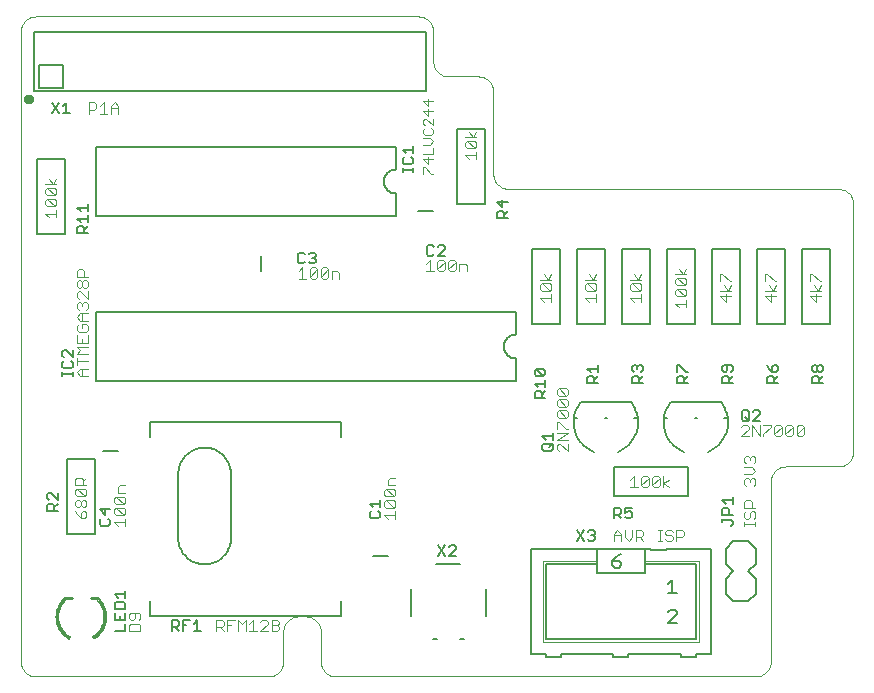
<source format=gto>
G75*
G70*
%OFA0B0*%
%FSLAX24Y24*%
%IPPOS*%
%LPD*%
%AMOC8*
5,1,8,0,0,1.08239X$1,22.5*
%
%ADD10C,0.0000*%
%ADD11C,0.0050*%
%ADD12C,0.0160*%
%ADD13C,0.0030*%
%ADD14C,0.0080*%
%ADD15C,0.0060*%
%ADD16C,0.0020*%
%ADD17C,0.0010*%
%ADD18C,0.0100*%
D10*
X001680Y001180D02*
X009430Y001180D01*
X009474Y001182D01*
X009517Y001188D01*
X009559Y001197D01*
X009601Y001210D01*
X009641Y001227D01*
X009680Y001247D01*
X009717Y001270D01*
X009751Y001297D01*
X009784Y001326D01*
X009813Y001359D01*
X009840Y001393D01*
X009863Y001430D01*
X009883Y001469D01*
X009900Y001509D01*
X009913Y001551D01*
X009922Y001593D01*
X009928Y001636D01*
X009930Y001680D01*
X009930Y002680D01*
X009932Y002724D01*
X009938Y002767D01*
X009947Y002809D01*
X009960Y002851D01*
X009977Y002891D01*
X009997Y002930D01*
X010020Y002967D01*
X010047Y003001D01*
X010076Y003034D01*
X010109Y003063D01*
X010143Y003090D01*
X010180Y003113D01*
X010219Y003133D01*
X010259Y003150D01*
X010301Y003163D01*
X010343Y003172D01*
X010386Y003178D01*
X010430Y003180D01*
X010680Y003180D01*
X010724Y003178D01*
X010767Y003172D01*
X010809Y003163D01*
X010851Y003150D01*
X010891Y003133D01*
X010930Y003113D01*
X010967Y003090D01*
X011001Y003063D01*
X011034Y003034D01*
X011063Y003001D01*
X011090Y002967D01*
X011113Y002930D01*
X011133Y002891D01*
X011150Y002851D01*
X011163Y002809D01*
X011172Y002767D01*
X011178Y002724D01*
X011180Y002680D01*
X011180Y001680D01*
X011182Y001636D01*
X011188Y001593D01*
X011197Y001551D01*
X011210Y001509D01*
X011227Y001469D01*
X011247Y001430D01*
X011270Y001393D01*
X011297Y001359D01*
X011326Y001326D01*
X011359Y001297D01*
X011393Y001270D01*
X011430Y001247D01*
X011469Y001227D01*
X011509Y001210D01*
X011551Y001197D01*
X011593Y001188D01*
X011636Y001182D01*
X011680Y001180D01*
X025680Y001180D01*
X025724Y001182D01*
X025767Y001188D01*
X025809Y001197D01*
X025851Y001210D01*
X025891Y001227D01*
X025930Y001247D01*
X025967Y001270D01*
X026001Y001297D01*
X026034Y001326D01*
X026063Y001359D01*
X026090Y001393D01*
X026113Y001430D01*
X026133Y001469D01*
X026150Y001509D01*
X026163Y001551D01*
X026172Y001593D01*
X026178Y001636D01*
X026180Y001680D01*
X026180Y007680D01*
X026182Y007724D01*
X026188Y007767D01*
X026197Y007809D01*
X026210Y007851D01*
X026227Y007891D01*
X026247Y007930D01*
X026270Y007967D01*
X026297Y008001D01*
X026326Y008034D01*
X026359Y008063D01*
X026393Y008090D01*
X026430Y008113D01*
X026469Y008133D01*
X026509Y008150D01*
X026551Y008163D01*
X026593Y008172D01*
X026636Y008178D01*
X026680Y008180D01*
X028430Y008180D01*
X028474Y008182D01*
X028517Y008188D01*
X028559Y008197D01*
X028601Y008210D01*
X028641Y008227D01*
X028680Y008247D01*
X028717Y008270D01*
X028751Y008297D01*
X028784Y008326D01*
X028813Y008359D01*
X028840Y008393D01*
X028863Y008430D01*
X028883Y008469D01*
X028900Y008509D01*
X028913Y008551D01*
X028922Y008593D01*
X028928Y008636D01*
X028930Y008680D01*
X028930Y016930D01*
X028928Y016974D01*
X028922Y017017D01*
X028913Y017059D01*
X028900Y017101D01*
X028883Y017141D01*
X028863Y017180D01*
X028840Y017217D01*
X028813Y017251D01*
X028784Y017284D01*
X028751Y017313D01*
X028717Y017340D01*
X028680Y017363D01*
X028641Y017383D01*
X028601Y017400D01*
X028559Y017413D01*
X028517Y017422D01*
X028474Y017428D01*
X028430Y017430D01*
X017430Y017430D01*
X017386Y017432D01*
X017343Y017438D01*
X017301Y017447D01*
X017259Y017460D01*
X017219Y017477D01*
X017180Y017497D01*
X017143Y017520D01*
X017109Y017547D01*
X017076Y017576D01*
X017047Y017609D01*
X017020Y017643D01*
X016997Y017680D01*
X016977Y017719D01*
X016960Y017759D01*
X016947Y017801D01*
X016938Y017843D01*
X016932Y017886D01*
X016930Y017930D01*
X016930Y020680D01*
X016928Y020724D01*
X016922Y020767D01*
X016913Y020809D01*
X016900Y020851D01*
X016883Y020891D01*
X016863Y020930D01*
X016840Y020967D01*
X016813Y021001D01*
X016784Y021034D01*
X016751Y021063D01*
X016717Y021090D01*
X016680Y021113D01*
X016641Y021133D01*
X016601Y021150D01*
X016559Y021163D01*
X016517Y021172D01*
X016474Y021178D01*
X016430Y021180D01*
X015430Y021180D01*
X015386Y021182D01*
X015343Y021188D01*
X015301Y021197D01*
X015259Y021210D01*
X015219Y021227D01*
X015180Y021247D01*
X015143Y021270D01*
X015109Y021297D01*
X015076Y021326D01*
X015047Y021359D01*
X015020Y021393D01*
X014997Y021430D01*
X014977Y021469D01*
X014960Y021509D01*
X014947Y021551D01*
X014938Y021593D01*
X014932Y021636D01*
X014930Y021680D01*
X014930Y022680D01*
X014928Y022724D01*
X014922Y022767D01*
X014913Y022809D01*
X014900Y022851D01*
X014883Y022891D01*
X014863Y022930D01*
X014840Y022967D01*
X014813Y023001D01*
X014784Y023034D01*
X014751Y023063D01*
X014717Y023090D01*
X014680Y023113D01*
X014641Y023133D01*
X014601Y023150D01*
X014559Y023163D01*
X014517Y023172D01*
X014474Y023178D01*
X014430Y023180D01*
X001680Y023180D01*
X001636Y023178D01*
X001593Y023172D01*
X001551Y023163D01*
X001509Y023150D01*
X001469Y023133D01*
X001430Y023113D01*
X001393Y023090D01*
X001359Y023063D01*
X001326Y023034D01*
X001297Y023001D01*
X001270Y022967D01*
X001247Y022930D01*
X001227Y022891D01*
X001210Y022851D01*
X001197Y022809D01*
X001188Y022767D01*
X001182Y022724D01*
X001180Y022680D01*
X001180Y001680D01*
X001182Y001636D01*
X001188Y001593D01*
X001197Y001551D01*
X001210Y001509D01*
X001227Y001469D01*
X001247Y001430D01*
X001270Y001393D01*
X001297Y001359D01*
X001326Y001326D01*
X001359Y001297D01*
X001393Y001270D01*
X001430Y001247D01*
X001469Y001227D01*
X001509Y001210D01*
X001551Y001197D01*
X001593Y001188D01*
X001636Y001182D01*
X001680Y001180D01*
D11*
X004305Y002705D02*
X004655Y002705D01*
X004655Y002939D01*
X004655Y003073D02*
X004655Y003307D01*
X004655Y003442D02*
X004305Y003442D01*
X004305Y003617D01*
X004363Y003675D01*
X004597Y003675D01*
X004655Y003617D01*
X004655Y003442D01*
X004480Y003190D02*
X004480Y003073D01*
X004305Y003073D02*
X004655Y003073D01*
X004305Y003073D02*
X004305Y003307D01*
X004421Y003810D02*
X004305Y003927D01*
X004655Y003927D01*
X004655Y004043D02*
X004655Y003810D01*
X005500Y003710D02*
X005500Y003210D01*
X011860Y003210D01*
X011860Y003710D01*
X014180Y004080D02*
X014180Y003180D01*
X014920Y002430D02*
X015050Y002430D01*
X015810Y002430D02*
X015940Y002430D01*
X016680Y003180D02*
X016680Y004080D01*
X015830Y004930D02*
X015030Y004930D01*
X015087Y005205D02*
X015320Y005555D01*
X015455Y005497D02*
X015513Y005555D01*
X015630Y005555D01*
X015689Y005497D01*
X015689Y005439D01*
X015455Y005205D01*
X015689Y005205D01*
X015320Y005205D02*
X015087Y005555D01*
X013155Y006513D02*
X013155Y006630D01*
X013097Y006689D01*
X013155Y006823D02*
X013155Y007057D01*
X013155Y006940D02*
X012805Y006940D01*
X012921Y006823D01*
X012863Y006689D02*
X012805Y006630D01*
X012805Y006513D01*
X012863Y006455D01*
X013097Y006455D01*
X013155Y006513D01*
X011860Y009150D02*
X011860Y009650D01*
X005500Y009650D01*
X005500Y009150D01*
X006430Y007930D02*
X006430Y005930D01*
X006424Y005872D01*
X006421Y005814D01*
X006422Y005756D01*
X006428Y005698D01*
X006436Y005640D01*
X006449Y005583D01*
X006466Y005528D01*
X006486Y005473D01*
X006509Y005420D01*
X006536Y005368D01*
X006567Y005319D01*
X006601Y005271D01*
X006637Y005226D01*
X006677Y005183D01*
X006719Y005143D01*
X006764Y005106D01*
X006811Y005072D01*
X006860Y005041D01*
X006912Y005013D01*
X006965Y004989D01*
X007019Y004969D01*
X007075Y004952D01*
X007131Y004938D01*
X007189Y004929D01*
X007247Y004923D01*
X007305Y004921D01*
X007363Y004923D01*
X007421Y004929D01*
X007479Y004938D01*
X007535Y004952D01*
X007591Y004969D01*
X007645Y004989D01*
X007698Y005013D01*
X007750Y005041D01*
X007799Y005072D01*
X007846Y005106D01*
X007891Y005143D01*
X007933Y005183D01*
X007973Y005226D01*
X008009Y005271D01*
X008043Y005319D01*
X008074Y005368D01*
X008101Y005420D01*
X008124Y005473D01*
X008144Y005528D01*
X008161Y005583D01*
X008174Y005640D01*
X008182Y005698D01*
X008188Y005756D01*
X008189Y005814D01*
X008186Y005872D01*
X008180Y005930D01*
X008180Y007930D01*
X008178Y007988D01*
X008172Y008047D01*
X008162Y008104D01*
X008149Y008161D01*
X008132Y008217D01*
X008111Y008272D01*
X008086Y008325D01*
X008058Y008376D01*
X008026Y008425D01*
X007992Y008472D01*
X007954Y008517D01*
X007913Y008559D01*
X007870Y008598D01*
X007824Y008634D01*
X007776Y008668D01*
X007726Y008697D01*
X007673Y008724D01*
X007619Y008747D01*
X007564Y008766D01*
X007508Y008781D01*
X007451Y008793D01*
X007393Y008801D01*
X007334Y008805D01*
X007276Y008805D01*
X007217Y008801D01*
X007159Y008793D01*
X007102Y008781D01*
X007046Y008766D01*
X006991Y008747D01*
X006937Y008724D01*
X006884Y008697D01*
X006834Y008668D01*
X006786Y008634D01*
X006740Y008598D01*
X006697Y008559D01*
X006656Y008517D01*
X006618Y008472D01*
X006584Y008425D01*
X006552Y008376D01*
X006524Y008325D01*
X006499Y008272D01*
X006478Y008217D01*
X006461Y008161D01*
X006448Y008104D01*
X006438Y008047D01*
X006432Y007988D01*
X006430Y007930D01*
X004155Y006748D02*
X003805Y006748D01*
X003980Y006573D01*
X003980Y006807D01*
X004097Y006439D02*
X004155Y006380D01*
X004155Y006263D01*
X004097Y006205D01*
X003863Y006205D01*
X003805Y006263D01*
X003805Y006380D01*
X003863Y006439D01*
X002405Y006705D02*
X002055Y006705D01*
X002055Y006880D01*
X002113Y006939D01*
X002230Y006939D01*
X002288Y006880D01*
X002288Y006705D01*
X002288Y006822D02*
X002405Y006939D01*
X002405Y007073D02*
X002171Y007307D01*
X002113Y007307D01*
X002055Y007248D01*
X002055Y007132D01*
X002113Y007073D01*
X002405Y007073D02*
X002405Y007307D01*
X002555Y011205D02*
X002555Y011322D01*
X002555Y011263D02*
X002905Y011263D01*
X002905Y011205D02*
X002905Y011322D01*
X002847Y011451D02*
X002613Y011451D01*
X002555Y011509D01*
X002555Y011626D01*
X002613Y011684D01*
X002613Y011819D02*
X002555Y011877D01*
X002555Y011994D01*
X002613Y012052D01*
X002671Y012052D01*
X002905Y011819D01*
X002905Y012052D01*
X002847Y011684D02*
X002905Y011626D01*
X002905Y011509D01*
X002847Y011451D01*
X003055Y015955D02*
X003055Y016130D01*
X003113Y016189D01*
X003230Y016189D01*
X003288Y016130D01*
X003288Y015955D01*
X003288Y016072D02*
X003405Y016189D01*
X003405Y016323D02*
X003405Y016557D01*
X003405Y016440D02*
X003055Y016440D01*
X003171Y016323D01*
X003171Y016692D02*
X003055Y016808D01*
X003405Y016808D01*
X003405Y016692D02*
X003405Y016925D01*
X003405Y015955D02*
X003055Y015955D01*
X002807Y019955D02*
X002573Y019955D01*
X002690Y019955D02*
X002690Y020305D01*
X002573Y020189D01*
X002439Y020305D02*
X002205Y019955D01*
X002439Y019955D02*
X002205Y020305D01*
X002570Y020790D02*
X001790Y020790D01*
X001790Y021570D01*
X002570Y021570D01*
X001629Y020698D02*
X001629Y022666D01*
X014700Y022666D01*
X014700Y020698D01*
X001629Y020698D01*
X010405Y015247D02*
X010405Y015013D01*
X010463Y014955D01*
X010580Y014955D01*
X010639Y015013D01*
X010773Y015013D02*
X010832Y014955D01*
X010948Y014955D01*
X011007Y015013D01*
X011007Y015072D01*
X010948Y015130D01*
X010890Y015130D01*
X010948Y015130D02*
X011007Y015189D01*
X011007Y015247D01*
X010948Y015305D01*
X010832Y015305D01*
X010773Y015247D01*
X010639Y015247D02*
X010580Y015305D01*
X010463Y015305D01*
X010405Y015247D01*
X013905Y018005D02*
X013905Y018122D01*
X013905Y018063D02*
X014255Y018063D01*
X014255Y018005D02*
X014255Y018122D01*
X014197Y018251D02*
X014255Y018309D01*
X014255Y018426D01*
X014197Y018484D01*
X014255Y018619D02*
X014255Y018852D01*
X014255Y018736D02*
X013905Y018736D01*
X014021Y018619D01*
X013963Y018484D02*
X013905Y018426D01*
X013905Y018309D01*
X013963Y018251D01*
X014197Y018251D01*
X017055Y016998D02*
X017230Y016823D01*
X017230Y017057D01*
X017405Y016998D02*
X017055Y016998D01*
X017113Y016689D02*
X017230Y016689D01*
X017288Y016630D01*
X017288Y016455D01*
X017288Y016572D02*
X017405Y016689D01*
X017405Y016455D02*
X017055Y016455D01*
X017055Y016630D01*
X017113Y016689D01*
X015307Y015497D02*
X015248Y015555D01*
X015132Y015555D01*
X015073Y015497D01*
X014939Y015497D02*
X014880Y015555D01*
X014763Y015555D01*
X014705Y015497D01*
X014705Y015263D01*
X014763Y015205D01*
X014880Y015205D01*
X014939Y015263D01*
X015073Y015205D02*
X015307Y015439D01*
X015307Y015497D01*
X015307Y015205D02*
X015073Y015205D01*
X018363Y011425D02*
X018597Y011192D01*
X018655Y011250D01*
X018655Y011367D01*
X018597Y011425D01*
X018363Y011425D01*
X018305Y011367D01*
X018305Y011250D01*
X018363Y011192D01*
X018597Y011192D01*
X018655Y011057D02*
X018655Y010823D01*
X018655Y010940D02*
X018305Y010940D01*
X018421Y010823D01*
X018363Y010689D02*
X018480Y010689D01*
X018538Y010630D01*
X018538Y010455D01*
X018538Y010572D02*
X018655Y010689D01*
X018655Y010455D02*
X018305Y010455D01*
X018305Y010630D01*
X018363Y010689D01*
X018905Y009307D02*
X018905Y009073D01*
X018905Y009190D02*
X018555Y009190D01*
X018671Y009073D01*
X018613Y008939D02*
X018847Y008939D01*
X018905Y008880D01*
X018905Y008763D01*
X018847Y008705D01*
X018613Y008705D01*
X018555Y008763D01*
X018555Y008880D01*
X018613Y008939D01*
X018788Y008822D02*
X018905Y008939D01*
X020055Y010955D02*
X020055Y011130D01*
X020113Y011189D01*
X020230Y011189D01*
X020288Y011130D01*
X020288Y010955D01*
X020288Y011072D02*
X020405Y011189D01*
X020405Y011323D02*
X020405Y011557D01*
X020405Y011440D02*
X020055Y011440D01*
X020171Y011323D01*
X020055Y010955D02*
X020405Y010955D01*
X021555Y010955D02*
X021555Y011130D01*
X021613Y011189D01*
X021730Y011189D01*
X021788Y011130D01*
X021788Y010955D01*
X021788Y011072D02*
X021905Y011189D01*
X021847Y011323D02*
X021905Y011382D01*
X021905Y011498D01*
X021847Y011557D01*
X021788Y011557D01*
X021730Y011498D01*
X021730Y011440D01*
X021730Y011498D02*
X021671Y011557D01*
X021613Y011557D01*
X021555Y011498D01*
X021555Y011382D01*
X021613Y011323D01*
X021555Y010955D02*
X021905Y010955D01*
X023055Y010955D02*
X023055Y011130D01*
X023113Y011189D01*
X023230Y011189D01*
X023288Y011130D01*
X023288Y010955D01*
X023288Y011072D02*
X023405Y011189D01*
X023405Y011323D02*
X023347Y011323D01*
X023113Y011557D01*
X023055Y011557D01*
X023055Y011323D01*
X023055Y010955D02*
X023405Y010955D01*
X024555Y010955D02*
X024555Y011130D01*
X024613Y011189D01*
X024730Y011189D01*
X024788Y011130D01*
X024788Y010955D01*
X024788Y011072D02*
X024905Y011189D01*
X024847Y011323D02*
X024905Y011382D01*
X024905Y011498D01*
X024847Y011557D01*
X024613Y011557D01*
X024555Y011498D01*
X024555Y011382D01*
X024613Y011323D01*
X024671Y011323D01*
X024730Y011382D01*
X024730Y011557D01*
X024905Y010955D02*
X024555Y010955D01*
X025263Y010055D02*
X025380Y010055D01*
X025439Y009997D01*
X025439Y009763D01*
X025380Y009705D01*
X025263Y009705D01*
X025205Y009763D01*
X025205Y009997D01*
X025263Y010055D01*
X025322Y009822D02*
X025439Y009705D01*
X025573Y009705D02*
X025807Y009939D01*
X025807Y009997D01*
X025748Y010055D01*
X025632Y010055D01*
X025573Y009997D01*
X025573Y009705D02*
X025807Y009705D01*
X026055Y010955D02*
X026055Y011130D01*
X026113Y011189D01*
X026230Y011189D01*
X026288Y011130D01*
X026288Y010955D01*
X026288Y011072D02*
X026405Y011189D01*
X026347Y011323D02*
X026405Y011382D01*
X026405Y011498D01*
X026347Y011557D01*
X026288Y011557D01*
X026230Y011498D01*
X026230Y011323D01*
X026347Y011323D01*
X026230Y011323D02*
X026113Y011440D01*
X026055Y011557D01*
X026055Y010955D02*
X026405Y010955D01*
X027555Y010955D02*
X027555Y011130D01*
X027613Y011189D01*
X027730Y011189D01*
X027788Y011130D01*
X027788Y010955D01*
X027788Y011072D02*
X027905Y011189D01*
X027847Y011323D02*
X027788Y011323D01*
X027730Y011382D01*
X027730Y011498D01*
X027788Y011557D01*
X027847Y011557D01*
X027905Y011498D01*
X027905Y011382D01*
X027847Y011323D01*
X027730Y011382D02*
X027671Y011323D01*
X027613Y011323D01*
X027555Y011382D01*
X027555Y011498D01*
X027613Y011557D01*
X027671Y011557D01*
X027730Y011498D01*
X027905Y010955D02*
X027555Y010955D01*
X024905Y007175D02*
X024905Y006942D01*
X024905Y007058D02*
X024555Y007058D01*
X024671Y006942D01*
X024613Y006807D02*
X024555Y006748D01*
X024555Y006573D01*
X024905Y006573D01*
X024788Y006573D02*
X024788Y006748D01*
X024730Y006807D01*
X024613Y006807D01*
X024555Y006439D02*
X024555Y006322D01*
X024555Y006380D02*
X024847Y006380D01*
X024905Y006322D01*
X024905Y006263D01*
X024847Y006205D01*
X022895Y004405D02*
X022895Y003955D01*
X022745Y003955D02*
X023045Y003955D01*
X022745Y004255D02*
X022895Y004405D01*
X022970Y003405D02*
X022820Y003405D01*
X022745Y003330D01*
X022970Y003405D02*
X023045Y003330D01*
X023045Y003255D01*
X022745Y002955D01*
X023045Y002955D01*
X021120Y004805D02*
X021195Y004880D01*
X021195Y004955D01*
X021120Y005030D01*
X020895Y005030D01*
X020895Y004880D01*
X020970Y004805D01*
X021120Y004805D01*
X020895Y005030D02*
X021045Y005180D01*
X021195Y005255D01*
X020307Y005763D02*
X020248Y005705D01*
X020132Y005705D01*
X020073Y005763D01*
X019939Y005705D02*
X019705Y006055D01*
X019939Y006055D02*
X019705Y005705D01*
X020073Y005997D02*
X020132Y006055D01*
X020248Y006055D01*
X020307Y005997D01*
X020307Y005939D01*
X020248Y005880D01*
X020307Y005822D01*
X020307Y005763D01*
X020248Y005880D02*
X020190Y005880D01*
X020955Y006455D02*
X020955Y006805D01*
X021130Y006805D01*
X021189Y006747D01*
X021189Y006630D01*
X021130Y006572D01*
X020955Y006572D01*
X021072Y006572D02*
X021189Y006455D01*
X021323Y006513D02*
X021382Y006455D01*
X021498Y006455D01*
X021557Y006513D01*
X021557Y006630D01*
X021498Y006689D01*
X021440Y006689D01*
X021323Y006630D01*
X021323Y006805D01*
X021557Y006805D01*
X007175Y002705D02*
X006942Y002705D01*
X007058Y002705D02*
X007058Y003055D01*
X006942Y002939D01*
X006807Y003055D02*
X006573Y003055D01*
X006573Y002705D01*
X006439Y002705D02*
X006322Y002822D01*
X006380Y002822D02*
X006205Y002822D01*
X006205Y002705D02*
X006205Y003055D01*
X006380Y003055D01*
X006439Y002997D01*
X006439Y002880D01*
X006380Y002822D01*
X006573Y002880D02*
X006690Y002880D01*
X002570Y020790D02*
X002570Y021570D01*
D12*
X001350Y020430D02*
X001352Y020447D01*
X001357Y020464D01*
X001366Y020478D01*
X001378Y020491D01*
X001393Y020501D01*
X001409Y020507D01*
X001426Y020510D01*
X001443Y020509D01*
X001460Y020504D01*
X001475Y020496D01*
X001488Y020485D01*
X001499Y020471D01*
X001506Y020456D01*
X001510Y020439D01*
X001510Y020421D01*
X001506Y020404D01*
X001499Y020389D01*
X001488Y020375D01*
X001475Y020364D01*
X001460Y020356D01*
X001443Y020351D01*
X001426Y020350D01*
X001409Y020353D01*
X001393Y020359D01*
X001378Y020369D01*
X001366Y020382D01*
X001357Y020396D01*
X001352Y020413D01*
X001350Y020430D01*
D13*
X003445Y020315D02*
X003445Y019945D01*
X003445Y020068D02*
X003630Y020068D01*
X003692Y020130D01*
X003692Y020254D01*
X003630Y020315D01*
X003445Y020315D01*
X003813Y020192D02*
X003937Y020315D01*
X003937Y019945D01*
X004060Y019945D02*
X003813Y019945D01*
X004182Y019945D02*
X004182Y020192D01*
X004305Y020315D01*
X004429Y020192D01*
X004429Y019945D01*
X004429Y020130D02*
X004182Y020130D01*
X002365Y017779D02*
X002242Y017594D01*
X002118Y017779D01*
X001995Y017594D02*
X002365Y017594D01*
X002303Y017473D02*
X002056Y017473D01*
X002303Y017226D01*
X002365Y017287D01*
X002365Y017411D01*
X002303Y017473D01*
X002056Y017473D02*
X001995Y017411D01*
X001995Y017287D01*
X002056Y017226D01*
X002303Y017226D01*
X002303Y017104D02*
X002365Y017043D01*
X002365Y016919D01*
X002303Y016857D01*
X002056Y017104D01*
X002303Y017104D01*
X002056Y017104D02*
X001995Y017043D01*
X001995Y016919D01*
X002056Y016857D01*
X002303Y016857D01*
X002365Y016736D02*
X002365Y016489D01*
X002365Y016613D02*
X001995Y016613D01*
X002118Y016489D01*
X003106Y014757D02*
X003230Y014757D01*
X003292Y014695D01*
X003292Y014510D01*
X003292Y014388D02*
X003353Y014388D01*
X003415Y014327D01*
X003415Y014203D01*
X003353Y014142D01*
X003292Y014142D01*
X003230Y014203D01*
X003230Y014327D01*
X003292Y014388D01*
X003230Y014327D02*
X003168Y014388D01*
X003106Y014388D01*
X003045Y014327D01*
X003045Y014203D01*
X003106Y014142D01*
X003168Y014142D01*
X003230Y014203D01*
X003168Y014020D02*
X003106Y014020D01*
X003045Y013958D01*
X003045Y013835D01*
X003106Y013773D01*
X003106Y013652D02*
X003168Y013652D01*
X003230Y013590D01*
X003292Y013652D01*
X003353Y013652D01*
X003415Y013590D01*
X003415Y013467D01*
X003353Y013405D01*
X003415Y013283D02*
X003168Y013283D01*
X003045Y013160D01*
X003168Y013037D01*
X003415Y013037D01*
X003353Y012915D02*
X003230Y012915D01*
X003230Y012792D01*
X003353Y012915D02*
X003415Y012853D01*
X003415Y012730D01*
X003353Y012668D01*
X003106Y012668D01*
X003045Y012730D01*
X003045Y012853D01*
X003106Y012915D01*
X003230Y013037D02*
X003230Y013283D01*
X003106Y013405D02*
X003045Y013467D01*
X003045Y013590D01*
X003106Y013652D01*
X003230Y013590D02*
X003230Y013528D01*
X003415Y013773D02*
X003168Y014020D01*
X003415Y014020D02*
X003415Y013773D01*
X003415Y014510D02*
X003045Y014510D01*
X003045Y014695D01*
X003106Y014757D01*
X003045Y012547D02*
X003045Y012300D01*
X003415Y012300D01*
X003415Y012547D01*
X003230Y012423D02*
X003230Y012300D01*
X003045Y012179D02*
X003415Y012179D01*
X003415Y011932D02*
X003045Y011932D01*
X003168Y012055D01*
X003045Y012179D01*
X003045Y011810D02*
X003045Y011563D01*
X003045Y011687D02*
X003415Y011687D01*
X003415Y011442D02*
X003168Y011442D01*
X003045Y011318D01*
X003168Y011195D01*
X003415Y011195D01*
X003230Y011195D02*
X003230Y011442D01*
X003180Y007810D02*
X003242Y007748D01*
X003242Y007563D01*
X003365Y007563D02*
X002995Y007563D01*
X002995Y007748D01*
X003056Y007810D01*
X003180Y007810D01*
X003242Y007687D02*
X003365Y007810D01*
X003303Y007442D02*
X003365Y007380D01*
X003365Y007257D01*
X003303Y007195D01*
X003056Y007442D01*
X003303Y007442D01*
X003056Y007442D02*
X002995Y007380D01*
X002995Y007257D01*
X003056Y007195D01*
X003303Y007195D01*
X003303Y007074D02*
X003365Y007012D01*
X003365Y006888D01*
X003303Y006827D01*
X003242Y006827D01*
X003180Y006888D01*
X003180Y007012D01*
X003242Y007074D01*
X003303Y007074D01*
X003180Y007012D02*
X003118Y007074D01*
X003056Y007074D01*
X002995Y007012D01*
X002995Y006888D01*
X003056Y006827D01*
X003118Y006827D01*
X003180Y006888D01*
X003242Y006705D02*
X003180Y006644D01*
X003180Y006458D01*
X003303Y006458D01*
X003365Y006520D01*
X003365Y006644D01*
X003303Y006705D01*
X003242Y006705D01*
X003056Y006582D02*
X003180Y006458D01*
X003056Y006582D02*
X002995Y006705D01*
X004295Y006748D02*
X004356Y006810D01*
X004603Y006563D01*
X004665Y006625D01*
X004665Y006748D01*
X004603Y006810D01*
X004356Y006810D01*
X004295Y006748D02*
X004295Y006625D01*
X004356Y006563D01*
X004603Y006563D01*
X004665Y006442D02*
X004665Y006195D01*
X004665Y006318D02*
X004295Y006318D01*
X004418Y006195D01*
X004356Y006932D02*
X004295Y006993D01*
X004295Y007117D01*
X004356Y007179D01*
X004603Y006932D01*
X004665Y006993D01*
X004665Y007117D01*
X004603Y007179D01*
X004356Y007179D01*
X004418Y007300D02*
X004418Y007485D01*
X004480Y007547D01*
X004665Y007547D01*
X004665Y007300D02*
X004418Y007300D01*
X004356Y006932D02*
X004603Y006932D01*
X004856Y003310D02*
X004795Y003248D01*
X004795Y003125D01*
X004856Y003063D01*
X004918Y003063D01*
X004980Y003125D01*
X004980Y003310D01*
X005103Y003310D02*
X004856Y003310D01*
X005103Y003310D02*
X005165Y003248D01*
X005165Y003125D01*
X005103Y003063D01*
X005103Y002942D02*
X004856Y002942D01*
X004795Y002880D01*
X004795Y002695D01*
X005165Y002695D01*
X005165Y002880D01*
X005103Y002942D01*
X007695Y003065D02*
X007695Y002695D01*
X007695Y002818D02*
X007880Y002818D01*
X007942Y002880D01*
X007942Y003004D01*
X007880Y003065D01*
X007695Y003065D01*
X007818Y002818D02*
X007942Y002695D01*
X008063Y002695D02*
X008063Y003065D01*
X008310Y003065D01*
X008432Y003065D02*
X008555Y002942D01*
X008679Y003065D01*
X008679Y002695D01*
X008800Y002695D02*
X009047Y002695D01*
X009168Y002695D02*
X009415Y002942D01*
X009415Y003004D01*
X009353Y003065D01*
X009230Y003065D01*
X009168Y003004D01*
X008923Y003065D02*
X008923Y002695D01*
X009168Y002695D02*
X009415Y002695D01*
X009537Y002695D02*
X009722Y002695D01*
X009783Y002757D01*
X009783Y002818D01*
X009722Y002880D01*
X009537Y002880D01*
X009722Y002880D02*
X009783Y002942D01*
X009783Y003004D01*
X009722Y003065D01*
X009537Y003065D01*
X009537Y002695D01*
X008923Y003065D02*
X008800Y002942D01*
X008432Y003065D02*
X008432Y002695D01*
X008187Y002880D02*
X008063Y002880D01*
X013295Y006568D02*
X013665Y006568D01*
X013665Y006445D02*
X013665Y006692D01*
X013603Y006813D02*
X013665Y006875D01*
X013665Y006998D01*
X013603Y007060D01*
X013356Y007060D01*
X013603Y006813D01*
X013356Y006813D01*
X013295Y006875D01*
X013295Y006998D01*
X013356Y007060D01*
X013356Y007182D02*
X013295Y007243D01*
X013295Y007367D01*
X013356Y007429D01*
X013603Y007182D01*
X013665Y007243D01*
X013665Y007367D01*
X013603Y007429D01*
X013356Y007429D01*
X013418Y007550D02*
X013418Y007735D01*
X013480Y007797D01*
X013665Y007797D01*
X013665Y007550D02*
X013418Y007550D01*
X013356Y007182D02*
X013603Y007182D01*
X013295Y006568D02*
X013418Y006445D01*
X019045Y008757D02*
X019106Y008695D01*
X019045Y008757D02*
X019045Y008880D01*
X019106Y008942D01*
X019168Y008942D01*
X019415Y008695D01*
X019415Y008942D01*
X019415Y009063D02*
X019045Y009063D01*
X019415Y009310D01*
X019045Y009310D01*
X019045Y009432D02*
X019045Y009679D01*
X019106Y009679D01*
X019353Y009432D01*
X019415Y009432D01*
X019353Y009800D02*
X019106Y009800D01*
X019045Y009862D01*
X019045Y009985D01*
X019106Y010047D01*
X019353Y009800D01*
X019415Y009862D01*
X019415Y009985D01*
X019353Y010047D01*
X019106Y010047D01*
X019106Y010168D02*
X019045Y010230D01*
X019045Y010353D01*
X019106Y010415D01*
X019353Y010168D01*
X019415Y010230D01*
X019415Y010353D01*
X019353Y010415D01*
X019106Y010415D01*
X019106Y010537D02*
X019045Y010598D01*
X019045Y010722D01*
X019106Y010783D01*
X019353Y010537D01*
X019415Y010598D01*
X019415Y010722D01*
X019353Y010783D01*
X019106Y010783D01*
X019106Y010537D02*
X019353Y010537D01*
X019353Y010168D02*
X019106Y010168D01*
X021489Y007742D02*
X021613Y007865D01*
X021613Y007495D01*
X021736Y007495D02*
X021489Y007495D01*
X021857Y007557D02*
X022104Y007804D01*
X022104Y007557D01*
X022043Y007495D01*
X021919Y007495D01*
X021857Y007557D01*
X021857Y007804D01*
X021919Y007865D01*
X022043Y007865D01*
X022104Y007804D01*
X022226Y007804D02*
X022226Y007557D01*
X022473Y007804D01*
X022473Y007557D01*
X022411Y007495D01*
X022287Y007495D01*
X022226Y007557D01*
X022226Y007804D02*
X022287Y007865D01*
X022411Y007865D01*
X022473Y007804D01*
X022594Y007865D02*
X022594Y007495D01*
X022594Y007618D02*
X022779Y007742D01*
X022594Y007618D02*
X022779Y007495D01*
X022726Y006065D02*
X022664Y006004D01*
X022664Y005942D01*
X022726Y005880D01*
X022849Y005880D01*
X022911Y005818D01*
X022911Y005757D01*
X022849Y005695D01*
X022726Y005695D01*
X022664Y005757D01*
X022542Y005695D02*
X022418Y005695D01*
X022480Y005695D02*
X022480Y006065D01*
X022418Y006065D02*
X022542Y006065D01*
X022726Y006065D02*
X022849Y006065D01*
X022911Y006004D01*
X023032Y006065D02*
X023217Y006065D01*
X023279Y006004D01*
X023279Y005880D01*
X023217Y005818D01*
X023032Y005818D01*
X023032Y005695D02*
X023032Y006065D01*
X021929Y006004D02*
X021929Y005880D01*
X021867Y005818D01*
X021682Y005818D01*
X021560Y005818D02*
X021560Y006065D01*
X021682Y006065D02*
X021867Y006065D01*
X021929Y006004D01*
X021805Y005818D02*
X021929Y005695D01*
X021682Y005695D02*
X021682Y006065D01*
X021560Y005818D02*
X021437Y005695D01*
X021313Y005818D01*
X021313Y006065D01*
X021192Y005942D02*
X021192Y005695D01*
X021192Y005880D02*
X020945Y005880D01*
X020945Y005942D02*
X021068Y006065D01*
X021192Y005942D01*
X020945Y005942D02*
X020945Y005695D01*
X025195Y009195D02*
X025442Y009442D01*
X025442Y009504D01*
X025380Y009565D01*
X025257Y009565D01*
X025195Y009504D01*
X025195Y009195D02*
X025442Y009195D01*
X025563Y009195D02*
X025563Y009565D01*
X025810Y009195D01*
X025810Y009565D01*
X025932Y009565D02*
X026179Y009565D01*
X026179Y009504D01*
X025932Y009257D01*
X025932Y009195D01*
X026300Y009257D02*
X026547Y009504D01*
X026547Y009257D01*
X026485Y009195D01*
X026362Y009195D01*
X026300Y009257D01*
X026300Y009504D01*
X026362Y009565D01*
X026485Y009565D01*
X026547Y009504D01*
X026668Y009504D02*
X026730Y009565D01*
X026853Y009565D01*
X026915Y009504D01*
X026668Y009257D01*
X026730Y009195D01*
X026853Y009195D01*
X026915Y009257D01*
X026915Y009504D01*
X027037Y009504D02*
X027098Y009565D01*
X027222Y009565D01*
X027283Y009504D01*
X027037Y009257D01*
X027098Y009195D01*
X027222Y009195D01*
X027283Y009257D01*
X027283Y009504D01*
X027037Y009504D02*
X027037Y009257D01*
X026668Y009257D02*
X026668Y009504D01*
X025665Y008467D02*
X025603Y008529D01*
X025542Y008529D01*
X025480Y008467D01*
X025480Y008406D01*
X025480Y008467D02*
X025418Y008529D01*
X025356Y008529D01*
X025295Y008467D01*
X025295Y008344D01*
X025356Y008282D01*
X025295Y008161D02*
X025542Y008161D01*
X025665Y008037D01*
X025542Y007914D01*
X025295Y007914D01*
X025356Y007792D02*
X025418Y007792D01*
X025480Y007731D01*
X025542Y007792D01*
X025603Y007792D01*
X025665Y007731D01*
X025665Y007607D01*
X025603Y007545D01*
X025480Y007669D02*
X025480Y007731D01*
X025356Y007792D02*
X025295Y007731D01*
X025295Y007607D01*
X025356Y007545D01*
X025356Y007056D02*
X025480Y007056D01*
X025542Y006994D01*
X025542Y006809D01*
X025542Y006687D02*
X025603Y006687D01*
X025665Y006626D01*
X025665Y006502D01*
X025603Y006441D01*
X025665Y006318D02*
X025665Y006195D01*
X025665Y006257D02*
X025295Y006257D01*
X025295Y006318D02*
X025295Y006195D01*
X025356Y006441D02*
X025418Y006441D01*
X025480Y006502D01*
X025480Y006626D01*
X025542Y006687D01*
X025665Y006809D02*
X025295Y006809D01*
X025295Y006994D01*
X025356Y007056D01*
X025356Y006687D02*
X025295Y006626D01*
X025295Y006502D01*
X025356Y006441D01*
X025603Y008282D02*
X025665Y008344D01*
X025665Y008467D01*
X023365Y013489D02*
X023365Y013736D01*
X023365Y013613D02*
X022995Y013613D01*
X023118Y013489D01*
X023056Y013857D02*
X022995Y013919D01*
X022995Y014043D01*
X023056Y014104D01*
X023303Y013857D01*
X023365Y013919D01*
X023365Y014043D01*
X023303Y014104D01*
X023056Y014104D01*
X023056Y014226D02*
X022995Y014287D01*
X022995Y014411D01*
X023056Y014473D01*
X023303Y014226D01*
X023365Y014287D01*
X023365Y014411D01*
X023303Y014473D01*
X023056Y014473D01*
X022995Y014594D02*
X023365Y014594D01*
X023242Y014594D02*
X023118Y014779D01*
X023242Y014594D02*
X023365Y014779D01*
X023303Y014226D02*
X023056Y014226D01*
X023056Y013857D02*
X023303Y013857D01*
X024495Y013858D02*
X024680Y013673D01*
X024680Y013920D01*
X024742Y014042D02*
X024618Y014227D01*
X024495Y014348D02*
X024495Y014595D01*
X024556Y014595D01*
X024803Y014348D01*
X024865Y014348D01*
X024865Y014227D02*
X024742Y014042D01*
X024865Y014042D02*
X024495Y014042D01*
X024495Y013858D02*
X024865Y013858D01*
X025995Y013858D02*
X026180Y013673D01*
X026180Y013920D01*
X026242Y014042D02*
X026118Y014227D01*
X025995Y014348D02*
X025995Y014595D01*
X026056Y014595D01*
X026303Y014348D01*
X026365Y014348D01*
X026365Y014227D02*
X026242Y014042D01*
X026365Y014042D02*
X025995Y014042D01*
X025995Y013858D02*
X026365Y013858D01*
X027495Y013858D02*
X027680Y013673D01*
X027680Y013920D01*
X027742Y014042D02*
X027618Y014227D01*
X027495Y014348D02*
X027495Y014595D01*
X027556Y014595D01*
X027803Y014348D01*
X027865Y014348D01*
X027865Y014227D02*
X027742Y014042D01*
X027865Y014042D02*
X027495Y014042D01*
X027495Y013858D02*
X027865Y013858D01*
X021865Y013797D02*
X021495Y013797D01*
X021618Y013673D01*
X021865Y013673D02*
X021865Y013920D01*
X021803Y014042D02*
X021865Y014103D01*
X021865Y014227D01*
X021803Y014288D01*
X021556Y014288D01*
X021803Y014042D01*
X021556Y014042D01*
X021495Y014103D01*
X021495Y014227D01*
X021556Y014288D01*
X021495Y014410D02*
X021865Y014410D01*
X021742Y014410D02*
X021865Y014595D01*
X021742Y014410D02*
X021618Y014595D01*
X020365Y014595D02*
X020242Y014410D01*
X020118Y014595D01*
X019995Y014410D02*
X020365Y014410D01*
X020303Y014288D02*
X020365Y014227D01*
X020365Y014103D01*
X020303Y014042D01*
X020056Y014288D01*
X020303Y014288D01*
X020303Y014042D02*
X020056Y014042D01*
X019995Y014103D01*
X019995Y014227D01*
X020056Y014288D01*
X020365Y013920D02*
X020365Y013673D01*
X020365Y013797D02*
X019995Y013797D01*
X020118Y013673D01*
X018865Y013673D02*
X018865Y013920D01*
X018865Y013797D02*
X018495Y013797D01*
X018618Y013673D01*
X018556Y014042D02*
X018495Y014103D01*
X018495Y014227D01*
X018556Y014288D01*
X018803Y014042D01*
X018865Y014103D01*
X018865Y014227D01*
X018803Y014288D01*
X018556Y014288D01*
X018495Y014410D02*
X018865Y014410D01*
X018742Y014410D02*
X018865Y014595D01*
X018742Y014410D02*
X018618Y014595D01*
X018556Y014042D02*
X018803Y014042D01*
X016047Y014695D02*
X016047Y014880D01*
X015985Y014942D01*
X015800Y014942D01*
X015800Y014695D01*
X015679Y014757D02*
X015679Y015004D01*
X015432Y014757D01*
X015493Y014695D01*
X015617Y014695D01*
X015679Y014757D01*
X015679Y015004D02*
X015617Y015065D01*
X015493Y015065D01*
X015432Y015004D01*
X015432Y014757D01*
X015310Y014757D02*
X015248Y014695D01*
X015125Y014695D01*
X015063Y014757D01*
X015310Y015004D01*
X015310Y014757D01*
X015310Y015004D02*
X015248Y015065D01*
X015125Y015065D01*
X015063Y015004D01*
X015063Y014757D01*
X014942Y014695D02*
X014695Y014695D01*
X014818Y014695D02*
X014818Y015065D01*
X014695Y014942D01*
X011797Y014630D02*
X011797Y014445D01*
X011797Y014630D02*
X011735Y014692D01*
X011550Y014692D01*
X011550Y014445D01*
X011429Y014507D02*
X011429Y014754D01*
X011182Y014507D01*
X011243Y014445D01*
X011367Y014445D01*
X011429Y014507D01*
X011429Y014754D02*
X011367Y014815D01*
X011243Y014815D01*
X011182Y014754D01*
X011182Y014507D01*
X011060Y014507D02*
X010998Y014445D01*
X010875Y014445D01*
X010813Y014507D01*
X011060Y014754D01*
X011060Y014507D01*
X011060Y014754D02*
X010998Y014815D01*
X010875Y014815D01*
X010813Y014754D01*
X010813Y014507D01*
X010692Y014445D02*
X010445Y014445D01*
X010568Y014445D02*
X010568Y014815D01*
X010445Y014692D01*
X014595Y017945D02*
X014595Y018159D01*
X014648Y018159D01*
X014862Y017945D01*
X014915Y017945D01*
X014755Y018267D02*
X014755Y018481D01*
X014915Y018427D02*
X014595Y018427D01*
X014755Y018267D01*
X014595Y018590D02*
X014915Y018590D01*
X014915Y018803D01*
X014808Y018912D02*
X014915Y019019D01*
X014808Y019125D01*
X014595Y019125D01*
X014648Y019234D02*
X014862Y019234D01*
X014915Y019287D01*
X014915Y019394D01*
X014862Y019448D01*
X014915Y019556D02*
X014701Y019770D01*
X014648Y019770D01*
X014595Y019717D01*
X014595Y019610D01*
X014648Y019556D01*
X014648Y019448D02*
X014595Y019394D01*
X014595Y019287D01*
X014648Y019234D01*
X014595Y018912D02*
X014808Y018912D01*
X014915Y019556D02*
X014915Y019770D01*
X014755Y019879D02*
X014755Y020092D01*
X014755Y020201D02*
X014755Y020414D01*
X014915Y020361D02*
X014595Y020361D01*
X014755Y020201D01*
X014915Y020039D02*
X014595Y020039D01*
X014755Y019879D01*
X015995Y019160D02*
X016365Y019160D01*
X016242Y019160D02*
X016118Y019345D01*
X016242Y019160D02*
X016365Y019345D01*
X016303Y019038D02*
X016056Y019038D01*
X016303Y018792D01*
X016365Y018853D01*
X016365Y018977D01*
X016303Y019038D01*
X016303Y018792D02*
X016056Y018792D01*
X015995Y018853D01*
X015995Y018977D01*
X016056Y019038D01*
X016365Y018670D02*
X016365Y018423D01*
X016365Y018547D02*
X015995Y018547D01*
X016118Y018423D01*
D14*
X015708Y019420D02*
X015708Y016940D01*
X016652Y016940D01*
X016652Y019420D01*
X015708Y019420D01*
X014930Y016680D02*
X014430Y016680D01*
X018208Y015420D02*
X019152Y015420D01*
X019152Y012940D01*
X018208Y012940D01*
X018208Y015420D01*
X019708Y015420D02*
X020652Y015420D01*
X020652Y012940D01*
X019708Y012940D01*
X019708Y015420D01*
X021208Y015420D02*
X022152Y015420D01*
X022152Y012940D01*
X021208Y012940D01*
X021208Y015420D01*
X022708Y015420D02*
X023652Y015420D01*
X023652Y012940D01*
X022708Y012940D01*
X022708Y015420D01*
X024208Y015420D02*
X025152Y015420D01*
X025152Y012940D01*
X024208Y012940D01*
X024208Y015420D01*
X025708Y015420D02*
X025708Y012940D01*
X026652Y012940D01*
X026652Y015420D01*
X025708Y015420D01*
X027208Y015420D02*
X027208Y012940D01*
X028152Y012940D01*
X028152Y015420D01*
X027208Y015420D01*
X024505Y010330D02*
X022855Y010330D01*
X022730Y009780D02*
X022635Y009780D01*
X021725Y009780D02*
X021630Y009780D01*
X021505Y010330D02*
X019855Y010330D01*
X019730Y009780D02*
X019635Y009780D01*
X020640Y009780D02*
X020720Y009780D01*
X021504Y010330D02*
X021543Y010281D01*
X021580Y010230D01*
X021613Y010177D01*
X021643Y010123D01*
X021669Y010066D01*
X021692Y010008D01*
X021712Y009949D01*
X021728Y009888D01*
X021740Y009827D01*
X021749Y009765D01*
X021754Y009703D01*
X021755Y009640D01*
X021752Y009578D01*
X021746Y009515D01*
X021736Y009454D01*
X021722Y009393D01*
X021705Y009333D01*
X021684Y009274D01*
X021660Y009216D01*
X021632Y009160D01*
X021601Y009106D01*
X021566Y009054D01*
X021529Y009004D01*
X021489Y008956D01*
X021445Y008911D01*
X021400Y008868D01*
X021351Y008828D01*
X021301Y008792D01*
X021248Y008758D01*
X021194Y008727D01*
X021137Y008700D01*
X021080Y008677D01*
X020940Y008152D02*
X023420Y008152D01*
X023420Y007208D01*
X020940Y007208D01*
X020940Y008152D01*
X020280Y008677D02*
X020223Y008700D01*
X020166Y008727D01*
X020112Y008758D01*
X020059Y008792D01*
X020009Y008828D01*
X019960Y008868D01*
X019915Y008911D01*
X019871Y008956D01*
X019831Y009004D01*
X019794Y009054D01*
X019759Y009106D01*
X019728Y009160D01*
X019700Y009216D01*
X019676Y009274D01*
X019655Y009333D01*
X019638Y009393D01*
X019624Y009454D01*
X019614Y009515D01*
X019608Y009578D01*
X019605Y009640D01*
X019606Y009703D01*
X019611Y009765D01*
X019620Y009827D01*
X019632Y009888D01*
X019648Y009949D01*
X019668Y010008D01*
X019691Y010066D01*
X019717Y010123D01*
X019747Y010177D01*
X019780Y010230D01*
X019817Y010281D01*
X019856Y010330D01*
X023640Y009780D02*
X023720Y009780D01*
X024504Y010330D02*
X024543Y010281D01*
X024580Y010230D01*
X024613Y010177D01*
X024643Y010123D01*
X024669Y010066D01*
X024692Y010008D01*
X024712Y009949D01*
X024728Y009888D01*
X024740Y009827D01*
X024749Y009765D01*
X024754Y009703D01*
X024755Y009640D01*
X024752Y009578D01*
X024746Y009515D01*
X024736Y009454D01*
X024722Y009393D01*
X024705Y009333D01*
X024684Y009274D01*
X024660Y009216D01*
X024632Y009160D01*
X024601Y009106D01*
X024566Y009054D01*
X024529Y009004D01*
X024489Y008956D01*
X024445Y008911D01*
X024400Y008868D01*
X024351Y008828D01*
X024301Y008792D01*
X024248Y008758D01*
X024194Y008727D01*
X024137Y008700D01*
X024080Y008677D01*
X023280Y008677D02*
X023223Y008700D01*
X023166Y008727D01*
X023112Y008758D01*
X023059Y008792D01*
X023009Y008828D01*
X022960Y008868D01*
X022915Y008911D01*
X022871Y008956D01*
X022831Y009004D01*
X022794Y009054D01*
X022759Y009106D01*
X022728Y009160D01*
X022700Y009216D01*
X022676Y009274D01*
X022655Y009333D01*
X022638Y009393D01*
X022624Y009454D01*
X022614Y009515D01*
X022608Y009578D01*
X022605Y009640D01*
X022606Y009703D01*
X022611Y009765D01*
X022620Y009827D01*
X022632Y009888D01*
X022648Y009949D01*
X022668Y010008D01*
X022691Y010066D01*
X022717Y010123D01*
X022747Y010177D01*
X022780Y010230D01*
X022817Y010281D01*
X022856Y010330D01*
X024630Y009780D02*
X024725Y009780D01*
X024930Y005680D02*
X025430Y005680D01*
X025680Y005430D01*
X025680Y004930D01*
X025430Y004680D01*
X025680Y004430D01*
X025680Y003930D01*
X025430Y003680D01*
X024930Y003680D01*
X024680Y003930D01*
X024680Y004430D01*
X024930Y004680D01*
X024680Y004930D01*
X024680Y005430D01*
X024930Y005680D01*
X013430Y005180D02*
X012930Y005180D01*
X004430Y008680D02*
X003930Y008680D01*
X003652Y008420D02*
X003652Y005940D01*
X002708Y005940D01*
X002708Y008420D01*
X003652Y008420D01*
X009180Y014680D02*
X009180Y015180D01*
X002652Y015940D02*
X001708Y015940D01*
X001708Y018420D01*
X002652Y018420D01*
X002652Y015940D01*
D15*
X003680Y016530D02*
X003680Y018830D01*
X013680Y018830D01*
X013680Y018080D01*
X013641Y018078D01*
X013602Y018072D01*
X013564Y018063D01*
X013527Y018050D01*
X013491Y018033D01*
X013458Y018013D01*
X013426Y017989D01*
X013397Y017963D01*
X013371Y017934D01*
X013347Y017902D01*
X013327Y017869D01*
X013310Y017833D01*
X013297Y017796D01*
X013288Y017758D01*
X013282Y017719D01*
X013280Y017680D01*
X013282Y017641D01*
X013288Y017602D01*
X013297Y017564D01*
X013310Y017527D01*
X013327Y017491D01*
X013347Y017458D01*
X013371Y017426D01*
X013397Y017397D01*
X013426Y017371D01*
X013458Y017347D01*
X013491Y017327D01*
X013527Y017310D01*
X013564Y017297D01*
X013602Y017288D01*
X013641Y017282D01*
X013680Y017280D01*
X013680Y016530D01*
X003680Y016530D01*
X003680Y013330D02*
X003680Y011030D01*
X017680Y011030D01*
X017680Y011780D01*
X017641Y011782D01*
X017602Y011788D01*
X017564Y011797D01*
X017527Y011810D01*
X017491Y011827D01*
X017458Y011847D01*
X017426Y011871D01*
X017397Y011897D01*
X017371Y011926D01*
X017347Y011958D01*
X017327Y011991D01*
X017310Y012027D01*
X017297Y012064D01*
X017288Y012102D01*
X017282Y012141D01*
X017280Y012180D01*
X017282Y012219D01*
X017288Y012258D01*
X017297Y012296D01*
X017310Y012333D01*
X017327Y012369D01*
X017347Y012402D01*
X017371Y012434D01*
X017397Y012463D01*
X017426Y012489D01*
X017458Y012513D01*
X017491Y012533D01*
X017527Y012550D01*
X017564Y012563D01*
X017602Y012572D01*
X017641Y012578D01*
X017680Y012580D01*
X017680Y013330D01*
X003680Y013330D01*
X018180Y005430D02*
X018180Y001930D01*
X018680Y001930D01*
X018680Y001830D01*
X019180Y001830D01*
X019180Y001930D01*
X020930Y001930D01*
X020930Y001830D01*
X021430Y001830D01*
X021430Y001930D01*
X023180Y001930D01*
X023180Y001830D01*
X023680Y001830D01*
X023680Y001930D01*
X024180Y001930D01*
X024180Y005430D01*
X022680Y005430D01*
X022680Y005380D01*
X022180Y005380D01*
X022180Y005430D01*
X021980Y005430D01*
X021980Y005030D01*
X021980Y004930D01*
X023680Y004930D01*
X023680Y002430D01*
X018680Y002430D01*
X018680Y004930D01*
X020380Y004930D01*
X020380Y005030D01*
X020380Y005430D01*
X021980Y005430D01*
X021980Y004930D02*
X021980Y004630D01*
X020380Y004630D01*
X020380Y004930D01*
X020380Y005430D02*
X018180Y005430D01*
D16*
X018580Y005030D02*
X018580Y002330D01*
X023780Y002330D01*
X023780Y005030D01*
X021980Y005030D01*
X020380Y005030D02*
X018580Y005030D01*
D17*
X002336Y003175D02*
X002426Y003175D01*
X002425Y003175D02*
X002427Y003121D01*
X002433Y003068D01*
X002443Y003015D01*
X002457Y002963D01*
X002474Y002912D01*
X002495Y002863D01*
X002519Y002815D01*
X002547Y002769D01*
X002578Y002725D01*
X002612Y002683D01*
X002648Y002644D01*
X002688Y002607D01*
X002730Y002574D01*
X002774Y002543D01*
X002820Y002516D01*
X002778Y002437D01*
X002729Y002465D01*
X002683Y002497D01*
X002638Y002532D01*
X002596Y002569D01*
X002556Y002610D01*
X002520Y002653D01*
X002486Y002698D01*
X002455Y002745D01*
X002428Y002795D01*
X002404Y002846D01*
X002383Y002898D01*
X002366Y002952D01*
X002353Y003007D01*
X002343Y003062D01*
X002337Y003119D01*
X002335Y003175D01*
X002344Y003175D01*
X002346Y003119D01*
X002352Y003064D01*
X002362Y003009D01*
X002375Y002954D01*
X002392Y002901D01*
X002412Y002849D01*
X002436Y002799D01*
X002463Y002750D01*
X002493Y002703D01*
X002527Y002658D01*
X002563Y002616D01*
X002602Y002576D01*
X002644Y002539D01*
X002688Y002504D01*
X002734Y002473D01*
X002782Y002445D01*
X002786Y002453D01*
X002739Y002481D01*
X002693Y002512D01*
X002650Y002546D01*
X002608Y002582D01*
X002570Y002622D01*
X002534Y002664D01*
X002501Y002708D01*
X002471Y002754D01*
X002444Y002803D01*
X002421Y002853D01*
X002400Y002904D01*
X002384Y002957D01*
X002371Y003010D01*
X002361Y003065D01*
X002355Y003120D01*
X002353Y003175D01*
X002362Y003175D01*
X002364Y003120D01*
X002370Y003066D01*
X002379Y003012D01*
X002392Y002959D01*
X002409Y002907D01*
X002429Y002856D01*
X002452Y002807D01*
X002479Y002759D01*
X002508Y002713D01*
X002541Y002669D01*
X002576Y002628D01*
X002615Y002589D01*
X002655Y002552D01*
X002698Y002519D01*
X002744Y002488D01*
X002791Y002461D01*
X002795Y002469D01*
X002748Y002496D01*
X002704Y002526D01*
X002661Y002559D01*
X002621Y002595D01*
X002583Y002634D01*
X002548Y002675D01*
X002516Y002718D01*
X002486Y002764D01*
X002460Y002811D01*
X002437Y002860D01*
X002417Y002910D01*
X002401Y002962D01*
X002388Y003014D01*
X002379Y003067D01*
X002373Y003121D01*
X002371Y003175D01*
X002380Y003175D01*
X002382Y003122D01*
X002388Y003069D01*
X002397Y003016D01*
X002410Y002964D01*
X002426Y002913D01*
X002445Y002863D01*
X002468Y002815D01*
X002494Y002768D01*
X002523Y002724D01*
X002555Y002681D01*
X002590Y002640D01*
X002627Y002602D01*
X002667Y002566D01*
X002709Y002533D01*
X002753Y002503D01*
X002799Y002476D01*
X002803Y002484D01*
X002758Y002511D01*
X002714Y002541D01*
X002673Y002573D01*
X002633Y002608D01*
X002596Y002646D01*
X002562Y002686D01*
X002530Y002729D01*
X002502Y002773D01*
X002476Y002819D01*
X002454Y002867D01*
X002434Y002916D01*
X002418Y002966D01*
X002406Y003018D01*
X002397Y003070D01*
X002391Y003122D01*
X002389Y003175D01*
X002398Y003175D01*
X002400Y003119D01*
X002407Y003064D01*
X002417Y003009D01*
X002431Y002955D01*
X002449Y002903D01*
X002470Y002851D01*
X002496Y002802D01*
X002524Y002754D01*
X002556Y002708D01*
X002591Y002665D01*
X002629Y002625D01*
X002670Y002587D01*
X002714Y002552D01*
X002760Y002521D01*
X002808Y002492D01*
X002812Y002500D01*
X002764Y002528D01*
X002719Y002559D01*
X002676Y002594D01*
X002636Y002631D01*
X002598Y002671D01*
X002563Y002714D01*
X002532Y002759D01*
X002503Y002806D01*
X002479Y002855D01*
X002457Y002906D01*
X002440Y002958D01*
X002426Y003011D01*
X002416Y003065D01*
X002409Y003120D01*
X002407Y003175D01*
X002416Y003175D01*
X002418Y003121D01*
X002424Y003067D01*
X002434Y003013D01*
X002448Y002961D01*
X002466Y002909D01*
X002487Y002859D01*
X002511Y002810D01*
X002539Y002764D01*
X002571Y002719D01*
X002605Y002677D01*
X002642Y002638D01*
X002682Y002601D01*
X002724Y002567D01*
X002769Y002536D01*
X002816Y002508D01*
X003603Y002449D02*
X003558Y002527D01*
X003559Y002527D02*
X003603Y002555D01*
X003645Y002586D01*
X003685Y002619D01*
X003723Y002655D01*
X003758Y002694D01*
X003790Y002735D01*
X003820Y002779D01*
X003846Y002824D01*
X003869Y002871D01*
X003889Y002919D01*
X003905Y002969D01*
X003918Y003019D01*
X003927Y003071D01*
X003933Y003123D01*
X003935Y003175D01*
X004024Y003176D01*
X004025Y003175D01*
X004023Y003120D01*
X004017Y003066D01*
X004008Y003011D01*
X003995Y002958D01*
X003979Y002906D01*
X003960Y002854D01*
X003937Y002804D01*
X003911Y002756D01*
X003882Y002709D01*
X003850Y002665D01*
X003815Y002622D01*
X003777Y002582D01*
X003737Y002545D01*
X003695Y002510D01*
X003650Y002478D01*
X003604Y002449D01*
X003599Y002457D01*
X003645Y002485D01*
X003689Y002517D01*
X003731Y002552D01*
X003771Y002589D01*
X003808Y002628D01*
X003843Y002670D01*
X003874Y002714D01*
X003903Y002760D01*
X003929Y002808D01*
X003951Y002858D01*
X003971Y002908D01*
X003987Y002960D01*
X003999Y003013D01*
X004008Y003067D01*
X004014Y003121D01*
X004016Y003175D01*
X004007Y003175D01*
X004005Y003121D01*
X003999Y003068D01*
X003990Y003015D01*
X003978Y002963D01*
X003962Y002911D01*
X003943Y002861D01*
X003921Y002812D01*
X003895Y002765D01*
X003867Y002719D01*
X003835Y002676D01*
X003801Y002634D01*
X003765Y002595D01*
X003725Y002558D01*
X003684Y002524D01*
X003640Y002493D01*
X003595Y002464D01*
X003590Y002472D01*
X003638Y002502D01*
X003684Y002536D01*
X003727Y002572D01*
X003768Y002612D01*
X003806Y002654D01*
X003841Y002698D01*
X003873Y002745D01*
X003901Y002794D01*
X003926Y002845D01*
X003948Y002898D01*
X003965Y002951D01*
X003979Y003006D01*
X003989Y003062D01*
X003996Y003118D01*
X003998Y003175D01*
X003989Y003175D01*
X003987Y003119D01*
X003981Y003063D01*
X003971Y003008D01*
X003957Y002954D01*
X003939Y002901D01*
X003918Y002849D01*
X003893Y002798D01*
X003865Y002750D01*
X003834Y002704D01*
X003799Y002659D01*
X003762Y002618D01*
X003721Y002579D01*
X003679Y002543D01*
X003633Y002510D01*
X003586Y002480D01*
X003581Y002488D01*
X003628Y002517D01*
X003673Y002550D01*
X003715Y002586D01*
X003755Y002624D01*
X003792Y002665D01*
X003827Y002709D01*
X003858Y002755D01*
X003885Y002803D01*
X003910Y002852D01*
X003931Y002904D01*
X003948Y002956D01*
X003962Y003010D01*
X003972Y003065D01*
X003978Y003120D01*
X003980Y003175D01*
X003971Y003175D01*
X003969Y003120D01*
X003963Y003066D01*
X003953Y003012D01*
X003939Y002959D01*
X003922Y002907D01*
X003902Y002856D01*
X003877Y002807D01*
X003850Y002760D01*
X003819Y002714D01*
X003786Y002671D01*
X003749Y002630D01*
X003709Y002592D01*
X003667Y002557D01*
X003623Y002525D01*
X003577Y002496D01*
X003572Y002504D01*
X003618Y002532D01*
X003662Y002564D01*
X003703Y002599D01*
X003742Y002637D01*
X003779Y002677D01*
X003812Y002719D01*
X003842Y002764D01*
X003870Y002811D01*
X003893Y002860D01*
X003914Y002910D01*
X003931Y002961D01*
X003944Y003014D01*
X003954Y003067D01*
X003960Y003121D01*
X003962Y003175D01*
X003953Y003175D01*
X003951Y003122D01*
X003945Y003068D01*
X003935Y003016D01*
X003922Y002964D01*
X003905Y002913D01*
X003885Y002863D01*
X003862Y002815D01*
X003835Y002769D01*
X003805Y002725D01*
X003772Y002683D01*
X003736Y002643D01*
X003697Y002606D01*
X003656Y002571D01*
X003613Y002540D01*
X003568Y002511D01*
X003563Y002519D01*
X003608Y002547D01*
X003651Y002578D01*
X003691Y002612D01*
X003729Y002649D01*
X003765Y002688D01*
X003797Y002730D01*
X003827Y002774D01*
X003854Y002820D01*
X003877Y002867D01*
X003897Y002916D01*
X003914Y002966D01*
X003927Y003018D01*
X003936Y003070D01*
X003942Y003122D01*
X003944Y003175D01*
X004024Y003184D02*
X003934Y003184D01*
X003935Y003185D02*
X003933Y003239D01*
X003927Y003292D01*
X003917Y003345D01*
X003903Y003397D01*
X003886Y003448D01*
X003865Y003498D01*
X003841Y003546D01*
X003813Y003592D01*
X003782Y003636D01*
X003748Y003677D01*
X003711Y003717D01*
X003672Y003753D01*
X003729Y003821D01*
X003730Y003822D01*
X003771Y003784D01*
X003809Y003744D01*
X003845Y003701D01*
X003878Y003656D01*
X003908Y003609D01*
X003934Y003561D01*
X003958Y003510D01*
X003978Y003458D01*
X003994Y003405D01*
X004008Y003351D01*
X004017Y003296D01*
X004023Y003241D01*
X004025Y003185D01*
X004016Y003185D01*
X004014Y003240D01*
X004008Y003295D01*
X003999Y003349D01*
X003986Y003403D01*
X003969Y003455D01*
X003950Y003507D01*
X003926Y003557D01*
X003900Y003605D01*
X003870Y003651D01*
X003838Y003696D01*
X003803Y003738D01*
X003764Y003778D01*
X003724Y003815D01*
X003718Y003808D01*
X003758Y003771D01*
X003796Y003732D01*
X003831Y003690D01*
X003863Y003646D01*
X003892Y003600D01*
X003918Y003552D01*
X003941Y003503D01*
X003961Y003452D01*
X003977Y003400D01*
X003990Y003347D01*
X003999Y003294D01*
X004005Y003239D01*
X004007Y003185D01*
X003998Y003185D01*
X003996Y003239D01*
X003990Y003292D01*
X003981Y003345D01*
X003968Y003398D01*
X003952Y003449D01*
X003933Y003500D01*
X003910Y003548D01*
X003885Y003596D01*
X003856Y003641D01*
X003824Y003685D01*
X003789Y003726D01*
X003752Y003765D01*
X003712Y003801D01*
X003706Y003794D01*
X003746Y003758D01*
X003783Y003720D01*
X003817Y003679D01*
X003848Y003636D01*
X003877Y003591D01*
X003902Y003544D01*
X003925Y003496D01*
X003944Y003446D01*
X003960Y003395D01*
X003972Y003344D01*
X003981Y003291D01*
X003987Y003238D01*
X003989Y003185D01*
X003980Y003185D01*
X003978Y003238D01*
X003972Y003290D01*
X003963Y003342D01*
X003951Y003393D01*
X003935Y003443D01*
X003916Y003493D01*
X003894Y003540D01*
X003869Y003587D01*
X003841Y003631D01*
X003810Y003673D01*
X003776Y003714D01*
X003739Y003752D01*
X003701Y003787D01*
X003695Y003781D01*
X003733Y003745D01*
X003769Y003708D01*
X003803Y003668D01*
X003833Y003626D01*
X003861Y003582D01*
X003886Y003536D01*
X003908Y003489D01*
X003927Y003440D01*
X003942Y003391D01*
X003955Y003340D01*
X003963Y003289D01*
X003969Y003237D01*
X003971Y003185D01*
X003962Y003185D01*
X003960Y003241D01*
X003953Y003296D01*
X003943Y003351D01*
X003929Y003405D01*
X003911Y003458D01*
X003889Y003509D01*
X003864Y003559D01*
X003835Y003607D01*
X003803Y003652D01*
X003768Y003695D01*
X003730Y003736D01*
X003689Y003774D01*
X003683Y003767D01*
X003724Y003730D01*
X003761Y003689D01*
X003796Y003647D01*
X003828Y003602D01*
X003856Y003554D01*
X003881Y003505D01*
X003903Y003454D01*
X003920Y003402D01*
X003934Y003349D01*
X003944Y003295D01*
X003951Y003240D01*
X003953Y003185D01*
X003944Y003185D01*
X003942Y003239D01*
X003936Y003293D01*
X003926Y003347D01*
X003912Y003400D01*
X003894Y003451D01*
X003873Y003501D01*
X003848Y003550D01*
X003820Y003597D01*
X003789Y003641D01*
X003755Y003683D01*
X003717Y003723D01*
X003677Y003760D01*
X002636Y003825D02*
X002693Y003756D01*
X002693Y003757D02*
X002653Y003720D01*
X002615Y003681D01*
X002581Y003639D01*
X002549Y003595D01*
X002521Y003549D01*
X002496Y003500D01*
X002475Y003450D01*
X002457Y003399D01*
X002444Y003346D01*
X002434Y003293D01*
X002427Y003239D01*
X002425Y003185D01*
X002336Y003184D01*
X002335Y003185D01*
X002337Y003241D01*
X002343Y003297D01*
X002353Y003352D01*
X002366Y003407D01*
X002383Y003460D01*
X002403Y003513D01*
X002427Y003564D01*
X002454Y003613D01*
X002485Y003660D01*
X002518Y003705D01*
X002554Y003748D01*
X002593Y003788D01*
X002635Y003826D01*
X002641Y003819D01*
X002600Y003782D01*
X002561Y003742D01*
X002525Y003700D01*
X002492Y003655D01*
X002462Y003608D01*
X002435Y003560D01*
X002412Y003509D01*
X002391Y003457D01*
X002375Y003404D01*
X002362Y003350D01*
X002352Y003296D01*
X002346Y003241D01*
X002344Y003185D01*
X002353Y003185D01*
X002355Y003240D01*
X002361Y003295D01*
X002370Y003349D01*
X002383Y003402D01*
X002400Y003454D01*
X002420Y003506D01*
X002443Y003555D01*
X002470Y003604D01*
X002499Y003650D01*
X002532Y003694D01*
X002568Y003736D01*
X002606Y003775D01*
X002647Y003812D01*
X002652Y003805D01*
X002612Y003769D01*
X002574Y003730D01*
X002539Y003688D01*
X002507Y003645D01*
X002477Y003599D01*
X002451Y003551D01*
X002428Y003502D01*
X002408Y003452D01*
X002392Y003400D01*
X002379Y003347D01*
X002370Y003293D01*
X002364Y003239D01*
X002362Y003185D01*
X002371Y003185D01*
X002373Y003239D01*
X002379Y003292D01*
X002388Y003345D01*
X002401Y003397D01*
X002417Y003449D01*
X002436Y003499D01*
X002459Y003547D01*
X002485Y003594D01*
X002514Y003640D01*
X002546Y003683D01*
X002581Y003724D01*
X002618Y003762D01*
X002658Y003798D01*
X002664Y003791D01*
X002625Y003756D01*
X002588Y003718D01*
X002553Y003677D01*
X002522Y003634D01*
X002493Y003590D01*
X002467Y003543D01*
X002445Y003495D01*
X002425Y003446D01*
X002409Y003395D01*
X002397Y003343D01*
X002388Y003291D01*
X002382Y003238D01*
X002380Y003185D01*
X002389Y003185D01*
X002391Y003237D01*
X002397Y003290D01*
X002406Y003341D01*
X002418Y003392D01*
X002434Y003443D01*
X002453Y003492D01*
X002475Y003539D01*
X002501Y003585D01*
X002529Y003629D01*
X002560Y003671D01*
X002594Y003712D01*
X002631Y003749D01*
X002670Y003784D01*
X002676Y003778D01*
X002637Y003743D01*
X002601Y003705D01*
X002567Y003666D01*
X002536Y003624D01*
X002508Y003580D01*
X002483Y003535D01*
X002461Y003488D01*
X002442Y003440D01*
X002427Y003390D01*
X002414Y003340D01*
X002406Y003288D01*
X002400Y003237D01*
X002398Y003185D01*
X002407Y003185D01*
X002409Y003236D01*
X002414Y003287D01*
X002423Y003338D01*
X002435Y003388D01*
X002451Y003437D01*
X002469Y003484D01*
X002491Y003531D01*
X002516Y003576D01*
X002544Y003619D01*
X002574Y003660D01*
X002607Y003699D01*
X002643Y003736D01*
X002681Y003771D01*
X002687Y003764D01*
X002646Y003727D01*
X002608Y003687D01*
X002574Y003645D01*
X002542Y003600D01*
X002513Y003553D01*
X002488Y003504D01*
X002467Y003453D01*
X002449Y003402D01*
X002435Y003348D01*
X002425Y003294D01*
X002418Y003240D01*
X002416Y003185D01*
D18*
X002670Y003800D02*
X002870Y003800D01*
X003510Y003800D02*
X003690Y003800D01*
M02*

</source>
